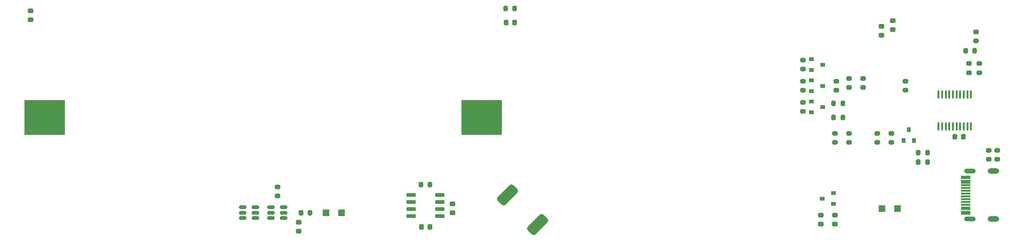
<source format=gbp>
G04 #@! TF.GenerationSoftware,KiCad,Pcbnew,6.0.7-f9a2dced07~116~ubuntu22.04.1*
G04 #@! TF.CreationDate,2022-10-14T14:53:26-07:00*
G04 #@! TF.ProjectId,badge-18650,62616467-652d-4313-9836-35302e6b6963,rev?*
G04 #@! TF.SameCoordinates,Original*
G04 #@! TF.FileFunction,Paste,Bot*
G04 #@! TF.FilePolarity,Positive*
%FSLAX46Y46*%
G04 Gerber Fmt 4.6, Leading zero omitted, Abs format (unit mm)*
G04 Created by KiCad (PCBNEW 6.0.7-f9a2dced07~116~ubuntu22.04.1) date 2022-10-14 14:53:26*
%MOMM*%
%LPD*%
G01*
G04 APERTURE LIST*
G04 Aperture macros list*
%AMRoundRect*
0 Rectangle with rounded corners*
0 $1 Rounding radius*
0 $2 $3 $4 $5 $6 $7 $8 $9 X,Y pos of 4 corners*
0 Add a 4 corners polygon primitive as box body*
4,1,4,$2,$3,$4,$5,$6,$7,$8,$9,$2,$3,0*
0 Add four circle primitives for the rounded corners*
1,1,$1+$1,$2,$3*
1,1,$1+$1,$4,$5*
1,1,$1+$1,$6,$7*
1,1,$1+$1,$8,$9*
0 Add four rect primitives between the rounded corners*
20,1,$1+$1,$2,$3,$4,$5,0*
20,1,$1+$1,$4,$5,$6,$7,0*
20,1,$1+$1,$6,$7,$8,$9,0*
20,1,$1+$1,$8,$9,$2,$3,0*%
G04 Aperture macros list end*
%ADD10RoundRect,0.200000X-0.275000X0.200000X-0.275000X-0.200000X0.275000X-0.200000X0.275000X0.200000X0*%
%ADD11RoundRect,0.500000X0.707107X1.414214X-1.414214X-0.707107X-0.707107X-1.414214X1.414214X0.707107X0*%
%ADD12RoundRect,0.200000X0.200000X0.275000X-0.200000X0.275000X-0.200000X-0.275000X0.200000X-0.275000X0*%
%ADD13RoundRect,0.225000X-0.250000X0.225000X-0.250000X-0.225000X0.250000X-0.225000X0.250000X0.225000X0*%
%ADD14RoundRect,0.225000X0.250000X-0.225000X0.250000X0.225000X-0.250000X0.225000X-0.250000X-0.225000X0*%
%ADD15R,0.800000X0.900000*%
%ADD16RoundRect,0.200000X-0.200000X-0.275000X0.200000X-0.275000X0.200000X0.275000X-0.200000X0.275000X0*%
%ADD17RoundRect,0.200000X0.275000X-0.200000X0.275000X0.200000X-0.275000X0.200000X-0.275000X-0.200000X0*%
%ADD18R,0.900000X0.800000*%
%ADD19RoundRect,0.225000X0.225000X0.250000X-0.225000X0.250000X-0.225000X-0.250000X0.225000X-0.250000X0*%
%ADD20RoundRect,0.100000X-0.100000X0.637500X-0.100000X-0.637500X0.100000X-0.637500X0.100000X0.637500X0*%
%ADD21RoundRect,0.225000X-0.225000X-0.250000X0.225000X-0.250000X0.225000X0.250000X-0.225000X0.250000X0*%
%ADD22RoundRect,0.150000X-0.725000X-0.150000X0.725000X-0.150000X0.725000X0.150000X-0.725000X0.150000X0*%
%ADD23RoundRect,0.150000X-0.512500X-0.150000X0.512500X-0.150000X0.512500X0.150000X-0.512500X0.150000X0*%
%ADD24R,1.200000X1.200000*%
%ADD25R,7.340000X6.350000*%
%ADD26R,1.750000X0.300000*%
%ADD27O,2.100000X0.900000*%
%ADD28O,2.100000X1.000000*%
G04 APERTURE END LIST*
D10*
G04 #@! TO.C,R16*
X261620000Y-120333000D03*
X261620000Y-121983000D03*
G04 #@! TD*
D11*
G04 #@! TO.C,LS1*
X192574949Y-131394397D03*
X197963103Y-136782551D03*
G04 #@! TD*
D12*
G04 #@! TO.C,R25*
X276669000Y-105410000D03*
X275019000Y-105410000D03*
G04 #@! TD*
D10*
G04 #@! TO.C,R9*
X276860000Y-102045000D03*
X276860000Y-103695000D03*
G04 #@! TD*
D13*
G04 #@! TO.C,C3*
X154940000Y-136385000D03*
X154940000Y-137935000D03*
G04 #@! TD*
D14*
G04 #@! TO.C,C6*
X182626000Y-134633000D03*
X182626000Y-133083000D03*
G04 #@! TD*
D15*
G04 #@! TO.C,Q1*
X265745000Y-121650000D03*
X263845000Y-121650000D03*
X264795000Y-119650000D03*
G04 #@! TD*
D13*
G04 #@! TO.C,C1*
X106680000Y-98285000D03*
X106680000Y-99835000D03*
G04 #@! TD*
D16*
G04 #@! TO.C,R2*
X176975000Y-129540000D03*
X178625000Y-129540000D03*
G04 #@! TD*
D17*
G04 #@! TO.C,R10*
X254000000Y-112077000D03*
X254000000Y-110427000D03*
G04 #@! TD*
D18*
G04 #@! TO.C,U4*
X251190000Y-131130000D03*
X251190000Y-133030000D03*
X249190000Y-132080000D03*
G04 #@! TD*
G04 #@! TO.C,Q2*
X247285000Y-116520000D03*
X247285000Y-114620000D03*
X249285000Y-115570000D03*
G04 #@! TD*
D12*
G04 #@! TO.C,R18*
X252920000Y-117475000D03*
X251270000Y-117475000D03*
G04 #@! TD*
D10*
G04 #@! TO.C,R7*
X277495000Y-107760000D03*
X277495000Y-109410000D03*
G04 #@! TD*
G04 #@! TO.C,R24*
X245745000Y-107125000D03*
X245745000Y-108775000D03*
G04 #@! TD*
D13*
G04 #@! TO.C,C4*
X251460000Y-135115000D03*
X251460000Y-136665000D03*
G04 #@! TD*
D17*
G04 #@! TO.C,R15*
X256540000Y-112077000D03*
X256540000Y-110427000D03*
G04 #@! TD*
D13*
G04 #@! TO.C,C9*
X259842000Y-101079000D03*
X259842000Y-102629000D03*
G04 #@! TD*
D19*
G04 #@! TO.C,C5*
X178575000Y-137160000D03*
X177025000Y-137160000D03*
G04 #@! TD*
D13*
G04 #@! TO.C,C8*
X261874000Y-100063000D03*
X261874000Y-101613000D03*
G04 #@! TD*
G04 #@! TO.C,C2*
X248920000Y-135115000D03*
X248920000Y-136665000D03*
G04 #@! TD*
D20*
G04 #@! TO.C,U5*
X270125000Y-113342500D03*
X270775000Y-113342500D03*
X271425000Y-113342500D03*
X272075000Y-113342500D03*
X272725000Y-113342500D03*
X273375000Y-113342500D03*
X274025000Y-113342500D03*
X274675000Y-113342500D03*
X275325000Y-113342500D03*
X275975000Y-113342500D03*
X275975000Y-119067500D03*
X275325000Y-119067500D03*
X274675000Y-119067500D03*
X274025000Y-119067500D03*
X273375000Y-119067500D03*
X272725000Y-119067500D03*
X272075000Y-119067500D03*
X271425000Y-119067500D03*
X270775000Y-119067500D03*
X270125000Y-119067500D03*
G04 #@! TD*
D10*
G04 #@! TO.C,R23*
X245745000Y-110935000D03*
X245745000Y-112585000D03*
G04 #@! TD*
D21*
G04 #@! TO.C,C10*
X273037000Y-120904000D03*
X274587000Y-120904000D03*
G04 #@! TD*
D22*
G04 #@! TO.C,U1*
X175225000Y-135255000D03*
X175225000Y-133985000D03*
X175225000Y-132715000D03*
X175225000Y-131445000D03*
X180375000Y-131445000D03*
X180375000Y-132715000D03*
X180375000Y-133985000D03*
X180375000Y-135255000D03*
G04 #@! TD*
D23*
G04 #@! TO.C,U3*
X144912500Y-135570000D03*
X144912500Y-134620000D03*
X144912500Y-133670000D03*
X147187500Y-133670000D03*
X147187500Y-134620000D03*
X147187500Y-135570000D03*
G04 #@! TD*
D24*
G04 #@! TO.C,D1*
X162690000Y-134620000D03*
X159890000Y-134620000D03*
G04 #@! TD*
D12*
G04 #@! TO.C,R19*
X252920000Y-114935000D03*
X251270000Y-114935000D03*
G04 #@! TD*
D17*
G04 #@! TO.C,R20*
X251714000Y-112585000D03*
X251714000Y-110935000D03*
G04 #@! TD*
D23*
G04 #@! TO.C,U2*
X149992500Y-135570000D03*
X149992500Y-134620000D03*
X149992500Y-133670000D03*
X152267500Y-133670000D03*
X152267500Y-134620000D03*
X152267500Y-135570000D03*
G04 #@! TD*
D21*
G04 #@! TO.C,C7*
X192265000Y-100330000D03*
X193815000Y-100330000D03*
G04 #@! TD*
D12*
G04 #@! TO.C,R3*
X157035000Y-134620000D03*
X155385000Y-134620000D03*
G04 #@! TD*
D10*
G04 #@! TO.C,R13*
X254000000Y-120333000D03*
X254000000Y-121983000D03*
G04 #@! TD*
D12*
G04 #@! TO.C,R21*
X268160000Y-125476000D03*
X266510000Y-125476000D03*
G04 #@! TD*
D18*
G04 #@! TO.C,Q3*
X247285000Y-112710000D03*
X247285000Y-110810000D03*
X249285000Y-111760000D03*
G04 #@! TD*
D10*
G04 #@! TO.C,R22*
X245745000Y-114745000D03*
X245745000Y-116395000D03*
G04 #@! TD*
D18*
G04 #@! TO.C,Q4*
X247285000Y-108900000D03*
X247285000Y-107000000D03*
X249285000Y-107950000D03*
G04 #@! TD*
D17*
G04 #@! TO.C,R11*
X264160000Y-112585000D03*
X264160000Y-110935000D03*
G04 #@! TD*
G04 #@! TO.C,R6*
X280670000Y-125031000D03*
X280670000Y-123381000D03*
G04 #@! TD*
D10*
G04 #@! TO.C,R8*
X275590000Y-107760000D03*
X275590000Y-109410000D03*
G04 #@! TD*
D25*
G04 #@! TO.C,BT1*
X187920000Y-117475000D03*
X109260000Y-117475000D03*
G04 #@! TD*
D12*
G04 #@! TO.C,R17*
X268160000Y-123825000D03*
X266510000Y-123825000D03*
G04 #@! TD*
D10*
G04 #@! TO.C,R12*
X259080000Y-120333000D03*
X259080000Y-121983000D03*
G04 #@! TD*
D17*
G04 #@! TO.C,R5*
X279146000Y-125031000D03*
X279146000Y-123381000D03*
G04 #@! TD*
G04 #@! TO.C,R4*
X151130000Y-131635000D03*
X151130000Y-129985000D03*
G04 #@! TD*
D10*
G04 #@! TO.C,R14*
X251460000Y-120333000D03*
X251460000Y-121983000D03*
G04 #@! TD*
D24*
G04 #@! TO.C,D2*
X259966000Y-133858000D03*
X262766000Y-133858000D03*
G04 #@! TD*
D26*
G04 #@! TO.C,J5*
X274980000Y-128095000D03*
X274980000Y-128895000D03*
X274980000Y-130195000D03*
X274980000Y-131195000D03*
X274980000Y-131695000D03*
X274980000Y-132695000D03*
X274980000Y-133995000D03*
X274980000Y-134795000D03*
X274980000Y-134495000D03*
X274980000Y-133695000D03*
X274980000Y-133195000D03*
X274980000Y-132195000D03*
X274980000Y-130695000D03*
X274980000Y-129695000D03*
X274980000Y-129195000D03*
X274980000Y-128395000D03*
D27*
X275820000Y-127125000D03*
D28*
X280000000Y-127125000D03*
D27*
X275820000Y-135765000D03*
D28*
X280000000Y-135765000D03*
G04 #@! TD*
D16*
G04 #@! TO.C,R1*
X192215000Y-97790000D03*
X193865000Y-97790000D03*
G04 #@! TD*
M02*

</source>
